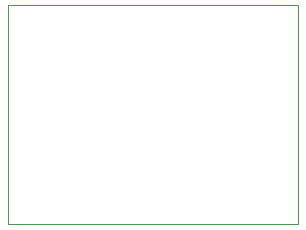
<source format=gm1>
%TF.GenerationSoftware,KiCad,Pcbnew,6.0.4-6f826c9f35~116~ubuntu20.04.1*%
%TF.CreationDate,2022-03-30T22:07:10-04:00*%
%TF.ProjectId,v0.1_TACS_board,76302e31-5f54-4414-9353-5f626f617264,rev?*%
%TF.SameCoordinates,Original*%
%TF.FileFunction,Profile,NP*%
%FSLAX46Y46*%
G04 Gerber Fmt 4.6, Leading zero omitted, Abs format (unit mm)*
G04 Created by KiCad (PCBNEW 6.0.4-6f826c9f35~116~ubuntu20.04.1) date 2022-03-30 22:07:10*
%MOMM*%
%LPD*%
G01*
G04 APERTURE LIST*
%TA.AperFunction,Profile*%
%ADD10C,0.100000*%
%TD*%
G04 APERTURE END LIST*
D10*
X59800000Y-52500000D02*
X59800000Y-34000000D01*
X84400000Y-52500000D02*
X59800000Y-52500000D01*
X84400000Y-34000000D02*
X84400000Y-52500000D01*
X59800000Y-34000000D02*
X84400000Y-34000000D01*
M02*

</source>
